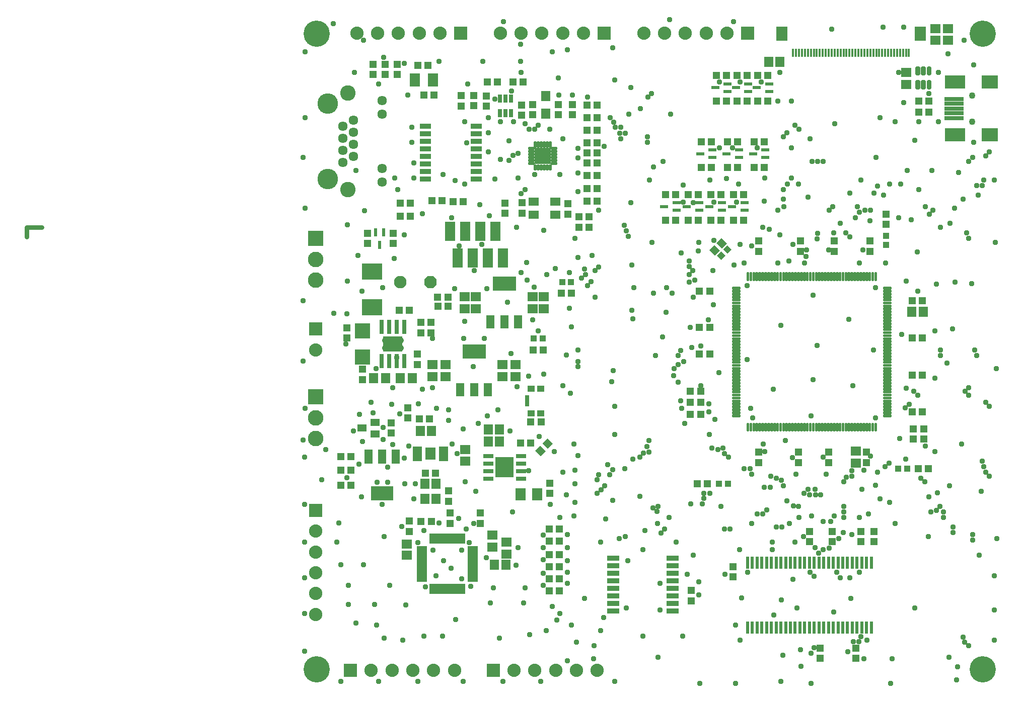
<source format=gbr>
G04 EAGLE Gerber RS-274X export*
G75*
%MOMM*%
%FSLAX34Y34*%
%LPD*%
%INSoldermask Top*%
%IPPOS*%
%AMOC8*
5,1,8,0,0,1.08239X$1,22.5*%
G01*
%ADD10C,0.762000*%
%ADD11R,1.283200X1.253200*%
%ADD12R,1.253200X1.283200*%
%ADD13R,1.803200X1.503200*%
%ADD14R,1.503200X1.803200*%
%ADD15R,1.703200X1.503200*%
%ADD16R,0.503200X1.803200*%
%ADD17R,1.803200X0.503200*%
%ADD18R,1.625600X0.482600*%
%ADD19R,1.778000X2.082800*%
%ADD20R,1.203200X1.303200*%
%ADD21R,1.422400X2.438400*%
%ADD22R,3.803200X2.403200*%
%ADD23R,1.603200X1.203200*%
%ADD24R,1.303200X1.203200*%
%ADD25R,1.503200X1.703200*%
%ADD26R,1.703200X0.803200*%
%ADD27R,3.153200X3.503200*%
%ADD28R,1.803200X2.003200*%
%ADD29R,0.400000X1.400000*%
%ADD30R,1.900000X2.350000*%
%ADD31R,0.603200X2.003200*%
%ADD32R,2.235200X2.235200*%
%ADD33C,2.235200*%
%ADD34R,1.203200X1.103200*%
%ADD35R,0.753200X1.903200*%
%ADD36R,1.003200X1.003200*%
%ADD37C,0.276759*%
%ADD38R,2.003200X0.903200*%
%ADD39R,1.703200X3.203200*%
%ADD40R,2.703200X2.203200*%
%ADD41R,3.503200X2.203200*%
%ADD42R,3.303200X0.703200*%
%ADD43C,1.103200*%
%ADD44C,0.506016*%
%ADD45R,2.616200X2.616200*%
%ADD46C,2.616200*%
%ADD47C,0.222334*%
%ADD48R,2.703200X2.703200*%
%ADD49R,0.803200X1.403200*%
%ADD50R,1.873200X0.963200*%
%ADD51R,1.803200X1.453200*%
%ADD52R,1.603200X1.803200*%
%ADD53C,2.603200*%
%ADD54C,3.453200*%
%ADD55C,1.611200*%
%ADD56R,1.703200X2.203200*%
%ADD57R,0.703200X2.403200*%
%ADD58R,3.303200X2.603200*%
%ADD59C,1.041200*%
%ADD60R,2.603200X2.603200*%
%ADD61C,2.108200*%
%ADD62P,2.281895X8X22.500000*%
%ADD63R,3.453200X2.703200*%
%ADD64R,1.346200X2.235200*%
%ADD65R,3.903200X2.403200*%
%ADD66R,1.371600X0.609600*%
%ADD67R,0.609600X1.371600*%
%ADD68R,1.003200X1.003200*%
%ADD69C,0.959600*%
%ADD70C,4.419200*%


D10*
X-422275Y784225D02*
X-447675Y784225D01*
X-447675Y768350D01*
D11*
X196208Y272327D03*
X196208Y289827D03*
D12*
X232898Y288697D03*
X215398Y288697D03*
D13*
X335908Y265677D03*
X335908Y245677D03*
X359024Y233848D03*
X359024Y253848D03*
D14*
X338608Y216307D03*
X358608Y216307D03*
D15*
X191383Y250808D03*
X191383Y231808D03*
D16*
X287208Y260077D03*
X282208Y260077D03*
X277208Y260077D03*
X272208Y260077D03*
X267208Y260077D03*
X262208Y260077D03*
X257208Y260077D03*
X252208Y260077D03*
X247208Y260077D03*
X242208Y260077D03*
X237208Y260077D03*
X232208Y260077D03*
D17*
X217208Y245077D03*
X217208Y240077D03*
X217208Y235077D03*
X217208Y230077D03*
X217208Y225077D03*
X217208Y220077D03*
X217208Y215077D03*
X217208Y210077D03*
X217208Y205077D03*
X217208Y200077D03*
X217208Y195077D03*
X217208Y190077D03*
D16*
X232208Y175077D03*
X237208Y175077D03*
X242208Y175077D03*
X247208Y175077D03*
X252208Y175077D03*
X257208Y175077D03*
X262208Y175077D03*
X267208Y175077D03*
X272208Y175077D03*
X277208Y175077D03*
X282208Y175077D03*
X287208Y175077D03*
D17*
X302208Y190077D03*
X302208Y195077D03*
X302208Y200077D03*
X302208Y205077D03*
X302208Y210077D03*
X302208Y215077D03*
X302208Y220077D03*
X302208Y225077D03*
X302208Y230077D03*
X302208Y235077D03*
X302208Y240077D03*
X302208Y245077D03*
D18*
X209616Y412831D03*
X209616Y408005D03*
X209616Y402925D03*
X209616Y397845D03*
X209616Y393019D03*
X253304Y393019D03*
X253304Y397845D03*
X253304Y402925D03*
X253304Y408005D03*
X253304Y412831D03*
D19*
X231460Y402925D03*
D20*
G36*
X419243Y420485D02*
X427751Y428993D01*
X436965Y419779D01*
X428457Y411271D01*
X419243Y420485D01*
G37*
G36*
X407223Y408464D02*
X415731Y416972D01*
X424945Y407758D01*
X416437Y399250D01*
X407223Y408464D01*
G37*
D15*
X289880Y409885D03*
X289880Y390885D03*
D21*
X173294Y398353D03*
X150180Y398353D03*
X127066Y398353D03*
D22*
X150180Y336375D03*
D23*
X116320Y446105D03*
X138320Y455605D03*
X138320Y436605D03*
D24*
X165420Y454605D03*
X165420Y437605D03*
D20*
X97720Y374985D03*
X80720Y374985D03*
D11*
X261940Y323055D03*
X261940Y340555D03*
D25*
X221960Y326725D03*
X240960Y326725D03*
D20*
X80720Y397845D03*
X97720Y397845D03*
D12*
X80470Y349585D03*
X97970Y349585D03*
X222710Y369905D03*
X240210Y369905D03*
D25*
X221960Y352125D03*
X240960Y352125D03*
D24*
X193360Y480005D03*
X193360Y463005D03*
D12*
X212550Y461345D03*
X230050Y461345D03*
D25*
X214340Y441025D03*
X233340Y441025D03*
D26*
X383420Y373715D03*
X328420Y373715D03*
X383420Y361015D03*
X383420Y386415D03*
X383420Y399115D03*
X328420Y361015D03*
X328420Y386415D03*
X328420Y399115D03*
D27*
X355920Y380065D03*
D25*
X328640Y443565D03*
X347640Y443565D03*
X328640Y423245D03*
X347640Y423245D03*
D12*
X400230Y420705D03*
X382730Y420705D03*
D28*
X382560Y334345D03*
X410560Y334345D03*
D24*
X432120Y353005D03*
X432120Y336005D03*
D29*
X1036150Y1077950D03*
X1031150Y1077950D03*
X1026150Y1077950D03*
X1021150Y1077950D03*
X1016150Y1077950D03*
X1011150Y1077950D03*
X1006150Y1077950D03*
X1001150Y1077950D03*
X996150Y1077950D03*
X991150Y1077950D03*
X986150Y1077950D03*
X981150Y1077950D03*
X976150Y1077950D03*
X971150Y1077950D03*
X966150Y1077950D03*
X961150Y1077950D03*
X956150Y1077950D03*
X951150Y1077950D03*
X946150Y1077950D03*
X941150Y1077950D03*
X936150Y1077950D03*
X931150Y1077950D03*
X926150Y1077950D03*
X921150Y1077950D03*
X916150Y1077950D03*
X911150Y1077950D03*
X906150Y1077950D03*
X901150Y1077950D03*
X896150Y1077950D03*
X891150Y1077950D03*
X886150Y1077950D03*
X881150Y1077950D03*
X876150Y1077950D03*
X871150Y1077950D03*
X866150Y1077950D03*
X861150Y1077950D03*
X856150Y1077950D03*
X851150Y1077950D03*
X846150Y1077950D03*
X841150Y1077950D03*
D30*
X822150Y1110450D03*
X1055150Y1110450D03*
D11*
X900900Y405625D03*
X900900Y388125D03*
D12*
X700900Y571188D03*
X683400Y571188D03*
D11*
X783425Y743725D03*
X783425Y761225D03*
X783425Y405625D03*
X783425Y388125D03*
X853275Y743725D03*
X853275Y761225D03*
D12*
X700900Y615955D03*
X683400Y615955D03*
D11*
X910425Y743725D03*
X910425Y761225D03*
D12*
X685813Y469565D03*
X668313Y469565D03*
X685813Y489285D03*
X668313Y489285D03*
X1041375Y660400D03*
X1058875Y660400D03*
X1041375Y473075D03*
X1058875Y473075D03*
D11*
X850100Y405625D03*
X850100Y388125D03*
D12*
X1041375Y597958D03*
X1058875Y597958D03*
D11*
X964400Y405625D03*
X964400Y388125D03*
X970750Y743725D03*
X970750Y761225D03*
D12*
X1041375Y535517D03*
X1058875Y535517D03*
D25*
X818970Y1062655D03*
X799970Y1062655D03*
D13*
X1031575Y1044895D03*
X1031575Y1024895D03*
X1080435Y1098865D03*
X1080435Y1118865D03*
D15*
X1101390Y1099365D03*
X1101390Y1118365D03*
D31*
X972800Y219600D03*
X964800Y219600D03*
X956800Y219600D03*
X948800Y219600D03*
X940800Y219600D03*
X932800Y219600D03*
X924800Y219600D03*
X916800Y219600D03*
X908800Y219600D03*
X900800Y219600D03*
X892800Y219600D03*
X884800Y219600D03*
X876800Y219600D03*
X868800Y219600D03*
X860800Y219600D03*
X852800Y219600D03*
X844800Y219600D03*
X836800Y219600D03*
X828800Y219600D03*
X820800Y219600D03*
X812800Y219600D03*
X804800Y219600D03*
X796800Y219600D03*
X788800Y219600D03*
X780800Y219600D03*
X772800Y219600D03*
X764800Y219600D03*
X764800Y110600D03*
X772800Y110600D03*
X780800Y110600D03*
X788800Y110600D03*
X796800Y110600D03*
X804800Y110600D03*
X812800Y110600D03*
X820800Y110600D03*
X828800Y110600D03*
X836800Y110600D03*
X844800Y110600D03*
X852800Y110600D03*
X860800Y110600D03*
X868800Y110600D03*
X876800Y110600D03*
X884800Y110600D03*
X892800Y110600D03*
X900800Y110600D03*
X908800Y110600D03*
X916800Y110600D03*
X924800Y110600D03*
X932800Y110600D03*
X940800Y110600D03*
X948800Y110600D03*
X956800Y110600D03*
X964800Y110600D03*
X972800Y110600D03*
D11*
X886610Y75725D03*
X886610Y58225D03*
X946935Y75725D03*
X946935Y58225D03*
X977100Y254775D03*
X977100Y272275D03*
X740560Y212885D03*
X740560Y195385D03*
X954875Y254775D03*
X954875Y272275D03*
X869150Y254775D03*
X869150Y272275D03*
X907250Y254775D03*
X907250Y272275D03*
D32*
X336865Y38400D03*
D33*
X371865Y38400D03*
X406865Y38400D03*
X441865Y38400D03*
X476865Y38400D03*
X511865Y38400D03*
D32*
X96835Y38400D03*
D33*
X131835Y38400D03*
X166835Y38400D03*
X201835Y38400D03*
X236835Y38400D03*
X271835Y38400D03*
D32*
X38415Y307640D03*
D33*
X38415Y272640D03*
X38415Y237640D03*
X38415Y202640D03*
X38415Y167640D03*
X38415Y132640D03*
D11*
X264480Y303090D03*
X264480Y285590D03*
X315280Y303090D03*
X315280Y285590D03*
X1061255Y427500D03*
X1061255Y445000D03*
D24*
X1043475Y427750D03*
X1043475Y444750D03*
D20*
X431240Y233380D03*
X448240Y233380D03*
X431240Y213060D03*
X448240Y213060D03*
X431240Y192740D03*
X448240Y192740D03*
X431240Y256240D03*
X448240Y256240D03*
X431240Y276560D03*
X448240Y276560D03*
X448240Y172420D03*
X431240Y172420D03*
D34*
X400625Y471325D03*
X416625Y471325D03*
X416625Y512325D03*
X400625Y512325D03*
D35*
X394375Y491825D03*
D12*
X417375Y456265D03*
X399875Y456265D03*
D36*
G36*
X720037Y743475D02*
X727130Y736382D01*
X720037Y729289D01*
X712944Y736382D01*
X720037Y743475D01*
G37*
G36*
X730643Y754081D02*
X737736Y746988D01*
X730643Y739895D01*
X723550Y746988D01*
X730643Y754081D01*
G37*
D20*
G36*
X712329Y758208D02*
X720837Y766716D01*
X730051Y757502D01*
X721543Y748994D01*
X712329Y758208D01*
G37*
G36*
X700309Y746188D02*
X708817Y754696D01*
X718031Y745482D01*
X709523Y736974D01*
X700309Y746188D01*
G37*
D37*
X765957Y454007D02*
X765957Y441743D01*
X763693Y441743D01*
X763693Y454007D01*
X765957Y454007D01*
X765957Y444373D02*
X763693Y444373D01*
X763693Y447003D02*
X765957Y447003D01*
X765957Y449633D02*
X763693Y449633D01*
X763693Y452263D02*
X765957Y452263D01*
X770957Y454007D02*
X770957Y441743D01*
X768693Y441743D01*
X768693Y454007D01*
X770957Y454007D01*
X770957Y444373D02*
X768693Y444373D01*
X768693Y447003D02*
X770957Y447003D01*
X770957Y449633D02*
X768693Y449633D01*
X768693Y452263D02*
X770957Y452263D01*
X775957Y454007D02*
X775957Y441743D01*
X773693Y441743D01*
X773693Y454007D01*
X775957Y454007D01*
X775957Y444373D02*
X773693Y444373D01*
X773693Y447003D02*
X775957Y447003D01*
X775957Y449633D02*
X773693Y449633D01*
X773693Y452263D02*
X775957Y452263D01*
X780957Y454007D02*
X780957Y441743D01*
X778693Y441743D01*
X778693Y454007D01*
X780957Y454007D01*
X780957Y444373D02*
X778693Y444373D01*
X778693Y447003D02*
X780957Y447003D01*
X780957Y449633D02*
X778693Y449633D01*
X778693Y452263D02*
X780957Y452263D01*
X785957Y454007D02*
X785957Y441743D01*
X783693Y441743D01*
X783693Y454007D01*
X785957Y454007D01*
X785957Y444373D02*
X783693Y444373D01*
X783693Y447003D02*
X785957Y447003D01*
X785957Y449633D02*
X783693Y449633D01*
X783693Y452263D02*
X785957Y452263D01*
X790957Y454007D02*
X790957Y441743D01*
X788693Y441743D01*
X788693Y454007D01*
X790957Y454007D01*
X790957Y444373D02*
X788693Y444373D01*
X788693Y447003D02*
X790957Y447003D01*
X790957Y449633D02*
X788693Y449633D01*
X788693Y452263D02*
X790957Y452263D01*
X795957Y454007D02*
X795957Y441743D01*
X793693Y441743D01*
X793693Y454007D01*
X795957Y454007D01*
X795957Y444373D02*
X793693Y444373D01*
X793693Y447003D02*
X795957Y447003D01*
X795957Y449633D02*
X793693Y449633D01*
X793693Y452263D02*
X795957Y452263D01*
X800957Y454007D02*
X800957Y441743D01*
X798693Y441743D01*
X798693Y454007D01*
X800957Y454007D01*
X800957Y444373D02*
X798693Y444373D01*
X798693Y447003D02*
X800957Y447003D01*
X800957Y449633D02*
X798693Y449633D01*
X798693Y452263D02*
X800957Y452263D01*
X805957Y454007D02*
X805957Y441743D01*
X803693Y441743D01*
X803693Y454007D01*
X805957Y454007D01*
X805957Y444373D02*
X803693Y444373D01*
X803693Y447003D02*
X805957Y447003D01*
X805957Y449633D02*
X803693Y449633D01*
X803693Y452263D02*
X805957Y452263D01*
X810957Y454007D02*
X810957Y441743D01*
X808693Y441743D01*
X808693Y454007D01*
X810957Y454007D01*
X810957Y444373D02*
X808693Y444373D01*
X808693Y447003D02*
X810957Y447003D01*
X810957Y449633D02*
X808693Y449633D01*
X808693Y452263D02*
X810957Y452263D01*
X815957Y454007D02*
X815957Y441743D01*
X813693Y441743D01*
X813693Y454007D01*
X815957Y454007D01*
X815957Y444373D02*
X813693Y444373D01*
X813693Y447003D02*
X815957Y447003D01*
X815957Y449633D02*
X813693Y449633D01*
X813693Y452263D02*
X815957Y452263D01*
X820957Y454007D02*
X820957Y441743D01*
X818693Y441743D01*
X818693Y454007D01*
X820957Y454007D01*
X820957Y444373D02*
X818693Y444373D01*
X818693Y447003D02*
X820957Y447003D01*
X820957Y449633D02*
X818693Y449633D01*
X818693Y452263D02*
X820957Y452263D01*
X825957Y454007D02*
X825957Y441743D01*
X823693Y441743D01*
X823693Y454007D01*
X825957Y454007D01*
X825957Y444373D02*
X823693Y444373D01*
X823693Y447003D02*
X825957Y447003D01*
X825957Y449633D02*
X823693Y449633D01*
X823693Y452263D02*
X825957Y452263D01*
X830957Y454007D02*
X830957Y441743D01*
X828693Y441743D01*
X828693Y454007D01*
X830957Y454007D01*
X830957Y444373D02*
X828693Y444373D01*
X828693Y447003D02*
X830957Y447003D01*
X830957Y449633D02*
X828693Y449633D01*
X828693Y452263D02*
X830957Y452263D01*
X835957Y454007D02*
X835957Y441743D01*
X833693Y441743D01*
X833693Y454007D01*
X835957Y454007D01*
X835957Y444373D02*
X833693Y444373D01*
X833693Y447003D02*
X835957Y447003D01*
X835957Y449633D02*
X833693Y449633D01*
X833693Y452263D02*
X835957Y452263D01*
X840957Y454007D02*
X840957Y441743D01*
X838693Y441743D01*
X838693Y454007D01*
X840957Y454007D01*
X840957Y444373D02*
X838693Y444373D01*
X838693Y447003D02*
X840957Y447003D01*
X840957Y449633D02*
X838693Y449633D01*
X838693Y452263D02*
X840957Y452263D01*
X845957Y454007D02*
X845957Y441743D01*
X843693Y441743D01*
X843693Y454007D01*
X845957Y454007D01*
X845957Y444373D02*
X843693Y444373D01*
X843693Y447003D02*
X845957Y447003D01*
X845957Y449633D02*
X843693Y449633D01*
X843693Y452263D02*
X845957Y452263D01*
X850957Y454007D02*
X850957Y441743D01*
X848693Y441743D01*
X848693Y454007D01*
X850957Y454007D01*
X850957Y444373D02*
X848693Y444373D01*
X848693Y447003D02*
X850957Y447003D01*
X850957Y449633D02*
X848693Y449633D01*
X848693Y452263D02*
X850957Y452263D01*
X855957Y454007D02*
X855957Y441743D01*
X853693Y441743D01*
X853693Y454007D01*
X855957Y454007D01*
X855957Y444373D02*
X853693Y444373D01*
X853693Y447003D02*
X855957Y447003D01*
X855957Y449633D02*
X853693Y449633D01*
X853693Y452263D02*
X855957Y452263D01*
X860957Y454007D02*
X860957Y441743D01*
X858693Y441743D01*
X858693Y454007D01*
X860957Y454007D01*
X860957Y444373D02*
X858693Y444373D01*
X858693Y447003D02*
X860957Y447003D01*
X860957Y449633D02*
X858693Y449633D01*
X858693Y452263D02*
X860957Y452263D01*
X865957Y454007D02*
X865957Y441743D01*
X863693Y441743D01*
X863693Y454007D01*
X865957Y454007D01*
X865957Y444373D02*
X863693Y444373D01*
X863693Y447003D02*
X865957Y447003D01*
X865957Y449633D02*
X863693Y449633D01*
X863693Y452263D02*
X865957Y452263D01*
X870957Y454007D02*
X870957Y441743D01*
X868693Y441743D01*
X868693Y454007D01*
X870957Y454007D01*
X870957Y444373D02*
X868693Y444373D01*
X868693Y447003D02*
X870957Y447003D01*
X870957Y449633D02*
X868693Y449633D01*
X868693Y452263D02*
X870957Y452263D01*
X875957Y454007D02*
X875957Y441743D01*
X873693Y441743D01*
X873693Y454007D01*
X875957Y454007D01*
X875957Y444373D02*
X873693Y444373D01*
X873693Y447003D02*
X875957Y447003D01*
X875957Y449633D02*
X873693Y449633D01*
X873693Y452263D02*
X875957Y452263D01*
X880957Y454007D02*
X880957Y441743D01*
X878693Y441743D01*
X878693Y454007D01*
X880957Y454007D01*
X880957Y444373D02*
X878693Y444373D01*
X878693Y447003D02*
X880957Y447003D01*
X880957Y449633D02*
X878693Y449633D01*
X878693Y452263D02*
X880957Y452263D01*
X885957Y454007D02*
X885957Y441743D01*
X883693Y441743D01*
X883693Y454007D01*
X885957Y454007D01*
X885957Y444373D02*
X883693Y444373D01*
X883693Y447003D02*
X885957Y447003D01*
X885957Y449633D02*
X883693Y449633D01*
X883693Y452263D02*
X885957Y452263D01*
X890957Y454007D02*
X890957Y441743D01*
X888693Y441743D01*
X888693Y454007D01*
X890957Y454007D01*
X890957Y444373D02*
X888693Y444373D01*
X888693Y447003D02*
X890957Y447003D01*
X890957Y449633D02*
X888693Y449633D01*
X888693Y452263D02*
X890957Y452263D01*
X895957Y454007D02*
X895957Y441743D01*
X893693Y441743D01*
X893693Y454007D01*
X895957Y454007D01*
X895957Y444373D02*
X893693Y444373D01*
X893693Y447003D02*
X895957Y447003D01*
X895957Y449633D02*
X893693Y449633D01*
X893693Y452263D02*
X895957Y452263D01*
X900957Y454007D02*
X900957Y441743D01*
X898693Y441743D01*
X898693Y454007D01*
X900957Y454007D01*
X900957Y444373D02*
X898693Y444373D01*
X898693Y447003D02*
X900957Y447003D01*
X900957Y449633D02*
X898693Y449633D01*
X898693Y452263D02*
X900957Y452263D01*
X905957Y454007D02*
X905957Y441743D01*
X903693Y441743D01*
X903693Y454007D01*
X905957Y454007D01*
X905957Y444373D02*
X903693Y444373D01*
X903693Y447003D02*
X905957Y447003D01*
X905957Y449633D02*
X903693Y449633D01*
X903693Y452263D02*
X905957Y452263D01*
X910957Y454007D02*
X910957Y441743D01*
X908693Y441743D01*
X908693Y454007D01*
X910957Y454007D01*
X910957Y444373D02*
X908693Y444373D01*
X908693Y447003D02*
X910957Y447003D01*
X910957Y449633D02*
X908693Y449633D01*
X908693Y452263D02*
X910957Y452263D01*
X915957Y454007D02*
X915957Y441743D01*
X913693Y441743D01*
X913693Y454007D01*
X915957Y454007D01*
X915957Y444373D02*
X913693Y444373D01*
X913693Y447003D02*
X915957Y447003D01*
X915957Y449633D02*
X913693Y449633D01*
X913693Y452263D02*
X915957Y452263D01*
X920957Y454007D02*
X920957Y441743D01*
X918693Y441743D01*
X918693Y454007D01*
X920957Y454007D01*
X920957Y444373D02*
X918693Y444373D01*
X918693Y447003D02*
X920957Y447003D01*
X920957Y449633D02*
X918693Y449633D01*
X918693Y452263D02*
X920957Y452263D01*
X925957Y454007D02*
X925957Y441743D01*
X923693Y441743D01*
X923693Y454007D01*
X925957Y454007D01*
X925957Y444373D02*
X923693Y444373D01*
X923693Y447003D02*
X925957Y447003D01*
X925957Y449633D02*
X923693Y449633D01*
X923693Y452263D02*
X925957Y452263D01*
X930957Y454007D02*
X930957Y441743D01*
X928693Y441743D01*
X928693Y454007D01*
X930957Y454007D01*
X930957Y444373D02*
X928693Y444373D01*
X928693Y447003D02*
X930957Y447003D01*
X930957Y449633D02*
X928693Y449633D01*
X928693Y452263D02*
X930957Y452263D01*
X935957Y454007D02*
X935957Y441743D01*
X933693Y441743D01*
X933693Y454007D01*
X935957Y454007D01*
X935957Y444373D02*
X933693Y444373D01*
X933693Y447003D02*
X935957Y447003D01*
X935957Y449633D02*
X933693Y449633D01*
X933693Y452263D02*
X935957Y452263D01*
X940957Y454007D02*
X940957Y441743D01*
X938693Y441743D01*
X938693Y454007D01*
X940957Y454007D01*
X940957Y444373D02*
X938693Y444373D01*
X938693Y447003D02*
X940957Y447003D01*
X940957Y449633D02*
X938693Y449633D01*
X938693Y452263D02*
X940957Y452263D01*
X945957Y454007D02*
X945957Y441743D01*
X943693Y441743D01*
X943693Y454007D01*
X945957Y454007D01*
X945957Y444373D02*
X943693Y444373D01*
X943693Y447003D02*
X945957Y447003D01*
X945957Y449633D02*
X943693Y449633D01*
X943693Y452263D02*
X945957Y452263D01*
X950957Y454007D02*
X950957Y441743D01*
X948693Y441743D01*
X948693Y454007D01*
X950957Y454007D01*
X950957Y444373D02*
X948693Y444373D01*
X948693Y447003D02*
X950957Y447003D01*
X950957Y449633D02*
X948693Y449633D01*
X948693Y452263D02*
X950957Y452263D01*
X955957Y454007D02*
X955957Y441743D01*
X953693Y441743D01*
X953693Y454007D01*
X955957Y454007D01*
X955957Y444373D02*
X953693Y444373D01*
X953693Y447003D02*
X955957Y447003D01*
X955957Y449633D02*
X953693Y449633D01*
X953693Y452263D02*
X955957Y452263D01*
X960957Y454007D02*
X960957Y441743D01*
X958693Y441743D01*
X958693Y454007D01*
X960957Y454007D01*
X960957Y444373D02*
X958693Y444373D01*
X958693Y447003D02*
X960957Y447003D01*
X960957Y449633D02*
X958693Y449633D01*
X958693Y452263D02*
X960957Y452263D01*
X965957Y454007D02*
X965957Y441743D01*
X963693Y441743D01*
X963693Y454007D01*
X965957Y454007D01*
X965957Y444373D02*
X963693Y444373D01*
X963693Y447003D02*
X965957Y447003D01*
X965957Y449633D02*
X963693Y449633D01*
X963693Y452263D02*
X965957Y452263D01*
X970957Y454007D02*
X970957Y441743D01*
X968693Y441743D01*
X968693Y454007D01*
X970957Y454007D01*
X970957Y444373D02*
X968693Y444373D01*
X968693Y447003D02*
X970957Y447003D01*
X970957Y449633D02*
X968693Y449633D01*
X968693Y452263D02*
X970957Y452263D01*
X975957Y454007D02*
X975957Y441743D01*
X973693Y441743D01*
X973693Y454007D01*
X975957Y454007D01*
X975957Y444373D02*
X973693Y444373D01*
X973693Y447003D02*
X975957Y447003D01*
X975957Y449633D02*
X973693Y449633D01*
X973693Y452263D02*
X975957Y452263D01*
X980957Y454007D02*
X980957Y441743D01*
X978693Y441743D01*
X978693Y454007D01*
X980957Y454007D01*
X980957Y444373D02*
X978693Y444373D01*
X978693Y447003D02*
X980957Y447003D01*
X980957Y449633D02*
X978693Y449633D01*
X978693Y452263D02*
X980957Y452263D01*
X980957Y695343D02*
X980957Y707607D01*
X980957Y695343D02*
X978693Y695343D01*
X978693Y707607D01*
X980957Y707607D01*
X980957Y697973D02*
X978693Y697973D01*
X978693Y700603D02*
X980957Y700603D01*
X980957Y703233D02*
X978693Y703233D01*
X978693Y705863D02*
X980957Y705863D01*
X975957Y707607D02*
X975957Y695343D01*
X973693Y695343D01*
X973693Y707607D01*
X975957Y707607D01*
X975957Y697973D02*
X973693Y697973D01*
X973693Y700603D02*
X975957Y700603D01*
X975957Y703233D02*
X973693Y703233D01*
X973693Y705863D02*
X975957Y705863D01*
X970957Y707607D02*
X970957Y695343D01*
X968693Y695343D01*
X968693Y707607D01*
X970957Y707607D01*
X970957Y697973D02*
X968693Y697973D01*
X968693Y700603D02*
X970957Y700603D01*
X970957Y703233D02*
X968693Y703233D01*
X968693Y705863D02*
X970957Y705863D01*
X965957Y707607D02*
X965957Y695343D01*
X963693Y695343D01*
X963693Y707607D01*
X965957Y707607D01*
X965957Y697973D02*
X963693Y697973D01*
X963693Y700603D02*
X965957Y700603D01*
X965957Y703233D02*
X963693Y703233D01*
X963693Y705863D02*
X965957Y705863D01*
X960957Y707607D02*
X960957Y695343D01*
X958693Y695343D01*
X958693Y707607D01*
X960957Y707607D01*
X960957Y697973D02*
X958693Y697973D01*
X958693Y700603D02*
X960957Y700603D01*
X960957Y703233D02*
X958693Y703233D01*
X958693Y705863D02*
X960957Y705863D01*
X955957Y707607D02*
X955957Y695343D01*
X953693Y695343D01*
X953693Y707607D01*
X955957Y707607D01*
X955957Y697973D02*
X953693Y697973D01*
X953693Y700603D02*
X955957Y700603D01*
X955957Y703233D02*
X953693Y703233D01*
X953693Y705863D02*
X955957Y705863D01*
X950957Y707607D02*
X950957Y695343D01*
X948693Y695343D01*
X948693Y707607D01*
X950957Y707607D01*
X950957Y697973D02*
X948693Y697973D01*
X948693Y700603D02*
X950957Y700603D01*
X950957Y703233D02*
X948693Y703233D01*
X948693Y705863D02*
X950957Y705863D01*
X945957Y707607D02*
X945957Y695343D01*
X943693Y695343D01*
X943693Y707607D01*
X945957Y707607D01*
X945957Y697973D02*
X943693Y697973D01*
X943693Y700603D02*
X945957Y700603D01*
X945957Y703233D02*
X943693Y703233D01*
X943693Y705863D02*
X945957Y705863D01*
X940957Y707607D02*
X940957Y695343D01*
X938693Y695343D01*
X938693Y707607D01*
X940957Y707607D01*
X940957Y697973D02*
X938693Y697973D01*
X938693Y700603D02*
X940957Y700603D01*
X940957Y703233D02*
X938693Y703233D01*
X938693Y705863D02*
X940957Y705863D01*
X935957Y707607D02*
X935957Y695343D01*
X933693Y695343D01*
X933693Y707607D01*
X935957Y707607D01*
X935957Y697973D02*
X933693Y697973D01*
X933693Y700603D02*
X935957Y700603D01*
X935957Y703233D02*
X933693Y703233D01*
X933693Y705863D02*
X935957Y705863D01*
X930957Y707607D02*
X930957Y695343D01*
X928693Y695343D01*
X928693Y707607D01*
X930957Y707607D01*
X930957Y697973D02*
X928693Y697973D01*
X928693Y700603D02*
X930957Y700603D01*
X930957Y703233D02*
X928693Y703233D01*
X928693Y705863D02*
X930957Y705863D01*
X925957Y707607D02*
X925957Y695343D01*
X923693Y695343D01*
X923693Y707607D01*
X925957Y707607D01*
X925957Y697973D02*
X923693Y697973D01*
X923693Y700603D02*
X925957Y700603D01*
X925957Y703233D02*
X923693Y703233D01*
X923693Y705863D02*
X925957Y705863D01*
X920957Y707607D02*
X920957Y695343D01*
X918693Y695343D01*
X918693Y707607D01*
X920957Y707607D01*
X920957Y697973D02*
X918693Y697973D01*
X918693Y700603D02*
X920957Y700603D01*
X920957Y703233D02*
X918693Y703233D01*
X918693Y705863D02*
X920957Y705863D01*
X915957Y707607D02*
X915957Y695343D01*
X913693Y695343D01*
X913693Y707607D01*
X915957Y707607D01*
X915957Y697973D02*
X913693Y697973D01*
X913693Y700603D02*
X915957Y700603D01*
X915957Y703233D02*
X913693Y703233D01*
X913693Y705863D02*
X915957Y705863D01*
X910957Y707607D02*
X910957Y695343D01*
X908693Y695343D01*
X908693Y707607D01*
X910957Y707607D01*
X910957Y697973D02*
X908693Y697973D01*
X908693Y700603D02*
X910957Y700603D01*
X910957Y703233D02*
X908693Y703233D01*
X908693Y705863D02*
X910957Y705863D01*
X905957Y707607D02*
X905957Y695343D01*
X903693Y695343D01*
X903693Y707607D01*
X905957Y707607D01*
X905957Y697973D02*
X903693Y697973D01*
X903693Y700603D02*
X905957Y700603D01*
X905957Y703233D02*
X903693Y703233D01*
X903693Y705863D02*
X905957Y705863D01*
X900957Y707607D02*
X900957Y695343D01*
X898693Y695343D01*
X898693Y707607D01*
X900957Y707607D01*
X900957Y697973D02*
X898693Y697973D01*
X898693Y700603D02*
X900957Y700603D01*
X900957Y703233D02*
X898693Y703233D01*
X898693Y705863D02*
X900957Y705863D01*
X895957Y707607D02*
X895957Y695343D01*
X893693Y695343D01*
X893693Y707607D01*
X895957Y707607D01*
X895957Y697973D02*
X893693Y697973D01*
X893693Y700603D02*
X895957Y700603D01*
X895957Y703233D02*
X893693Y703233D01*
X893693Y705863D02*
X895957Y705863D01*
X890957Y707607D02*
X890957Y695343D01*
X888693Y695343D01*
X888693Y707607D01*
X890957Y707607D01*
X890957Y697973D02*
X888693Y697973D01*
X888693Y700603D02*
X890957Y700603D01*
X890957Y703233D02*
X888693Y703233D01*
X888693Y705863D02*
X890957Y705863D01*
X885957Y707607D02*
X885957Y695343D01*
X883693Y695343D01*
X883693Y707607D01*
X885957Y707607D01*
X885957Y697973D02*
X883693Y697973D01*
X883693Y700603D02*
X885957Y700603D01*
X885957Y703233D02*
X883693Y703233D01*
X883693Y705863D02*
X885957Y705863D01*
X880957Y707607D02*
X880957Y695343D01*
X878693Y695343D01*
X878693Y707607D01*
X880957Y707607D01*
X880957Y697973D02*
X878693Y697973D01*
X878693Y700603D02*
X880957Y700603D01*
X880957Y703233D02*
X878693Y703233D01*
X878693Y705863D02*
X880957Y705863D01*
X875957Y707607D02*
X875957Y695343D01*
X873693Y695343D01*
X873693Y707607D01*
X875957Y707607D01*
X875957Y697973D02*
X873693Y697973D01*
X873693Y700603D02*
X875957Y700603D01*
X875957Y703233D02*
X873693Y703233D01*
X873693Y705863D02*
X875957Y705863D01*
X870957Y707607D02*
X870957Y695343D01*
X868693Y695343D01*
X868693Y707607D01*
X870957Y707607D01*
X870957Y697973D02*
X868693Y697973D01*
X868693Y700603D02*
X870957Y700603D01*
X870957Y703233D02*
X868693Y703233D01*
X868693Y705863D02*
X870957Y705863D01*
X865957Y707607D02*
X865957Y695343D01*
X863693Y695343D01*
X863693Y707607D01*
X865957Y707607D01*
X865957Y697973D02*
X863693Y697973D01*
X863693Y700603D02*
X865957Y700603D01*
X865957Y703233D02*
X863693Y703233D01*
X863693Y705863D02*
X865957Y705863D01*
X860957Y707607D02*
X860957Y695343D01*
X858693Y695343D01*
X858693Y707607D01*
X860957Y707607D01*
X860957Y697973D02*
X858693Y697973D01*
X858693Y700603D02*
X860957Y700603D01*
X860957Y703233D02*
X858693Y703233D01*
X858693Y705863D02*
X860957Y705863D01*
X855957Y707607D02*
X855957Y695343D01*
X853693Y695343D01*
X853693Y707607D01*
X855957Y707607D01*
X855957Y697973D02*
X853693Y697973D01*
X853693Y700603D02*
X855957Y700603D01*
X855957Y703233D02*
X853693Y703233D01*
X853693Y705863D02*
X855957Y705863D01*
X850957Y707607D02*
X850957Y695343D01*
X848693Y695343D01*
X848693Y707607D01*
X850957Y707607D01*
X850957Y697973D02*
X848693Y697973D01*
X848693Y700603D02*
X850957Y700603D01*
X850957Y703233D02*
X848693Y703233D01*
X848693Y705863D02*
X850957Y705863D01*
X845957Y707607D02*
X845957Y695343D01*
X843693Y695343D01*
X843693Y707607D01*
X845957Y707607D01*
X845957Y697973D02*
X843693Y697973D01*
X843693Y700603D02*
X845957Y700603D01*
X845957Y703233D02*
X843693Y703233D01*
X843693Y705863D02*
X845957Y705863D01*
X840957Y707607D02*
X840957Y695343D01*
X838693Y695343D01*
X838693Y707607D01*
X840957Y707607D01*
X840957Y697973D02*
X838693Y697973D01*
X838693Y700603D02*
X840957Y700603D01*
X840957Y703233D02*
X838693Y703233D01*
X838693Y705863D02*
X840957Y705863D01*
X835957Y707607D02*
X835957Y695343D01*
X833693Y695343D01*
X833693Y707607D01*
X835957Y707607D01*
X835957Y697973D02*
X833693Y697973D01*
X833693Y700603D02*
X835957Y700603D01*
X835957Y703233D02*
X833693Y703233D01*
X833693Y705863D02*
X835957Y705863D01*
X830957Y707607D02*
X830957Y695343D01*
X828693Y695343D01*
X828693Y707607D01*
X830957Y707607D01*
X830957Y697973D02*
X828693Y697973D01*
X828693Y700603D02*
X830957Y700603D01*
X830957Y703233D02*
X828693Y703233D01*
X828693Y705863D02*
X830957Y705863D01*
X825957Y707607D02*
X825957Y695343D01*
X823693Y695343D01*
X823693Y707607D01*
X825957Y707607D01*
X825957Y697973D02*
X823693Y697973D01*
X823693Y700603D02*
X825957Y700603D01*
X825957Y703233D02*
X823693Y703233D01*
X823693Y705863D02*
X825957Y705863D01*
X820957Y707607D02*
X820957Y695343D01*
X818693Y695343D01*
X818693Y707607D01*
X820957Y707607D01*
X820957Y697973D02*
X818693Y697973D01*
X818693Y700603D02*
X820957Y700603D01*
X820957Y703233D02*
X818693Y703233D01*
X818693Y705863D02*
X820957Y705863D01*
X815957Y707607D02*
X815957Y695343D01*
X813693Y695343D01*
X813693Y707607D01*
X815957Y707607D01*
X815957Y697973D02*
X813693Y697973D01*
X813693Y700603D02*
X815957Y700603D01*
X815957Y703233D02*
X813693Y703233D01*
X813693Y705863D02*
X815957Y705863D01*
X810957Y707607D02*
X810957Y695343D01*
X808693Y695343D01*
X808693Y707607D01*
X810957Y707607D01*
X810957Y697973D02*
X808693Y697973D01*
X808693Y700603D02*
X810957Y700603D01*
X810957Y703233D02*
X808693Y703233D01*
X808693Y705863D02*
X810957Y705863D01*
X805957Y707607D02*
X805957Y695343D01*
X803693Y695343D01*
X803693Y707607D01*
X805957Y707607D01*
X805957Y697973D02*
X803693Y697973D01*
X803693Y700603D02*
X805957Y700603D01*
X805957Y703233D02*
X803693Y703233D01*
X803693Y705863D02*
X805957Y705863D01*
X800957Y707607D02*
X800957Y695343D01*
X798693Y695343D01*
X798693Y707607D01*
X800957Y707607D01*
X800957Y697973D02*
X798693Y697973D01*
X798693Y700603D02*
X800957Y700603D01*
X800957Y703233D02*
X798693Y703233D01*
X798693Y705863D02*
X800957Y705863D01*
X795957Y707607D02*
X795957Y695343D01*
X793693Y695343D01*
X793693Y707607D01*
X795957Y707607D01*
X795957Y697973D02*
X793693Y697973D01*
X793693Y700603D02*
X795957Y700603D01*
X795957Y703233D02*
X793693Y703233D01*
X793693Y705863D02*
X795957Y705863D01*
X790957Y707607D02*
X790957Y695343D01*
X788693Y695343D01*
X788693Y707607D01*
X790957Y707607D01*
X790957Y697973D02*
X788693Y697973D01*
X788693Y700603D02*
X790957Y700603D01*
X790957Y703233D02*
X788693Y703233D01*
X788693Y705863D02*
X790957Y705863D01*
X785957Y707607D02*
X785957Y695343D01*
X783693Y695343D01*
X783693Y707607D01*
X785957Y707607D01*
X785957Y697973D02*
X783693Y697973D01*
X783693Y700603D02*
X785957Y700603D01*
X785957Y703233D02*
X783693Y703233D01*
X783693Y705863D02*
X785957Y705863D01*
X780957Y707607D02*
X780957Y695343D01*
X778693Y695343D01*
X778693Y707607D01*
X780957Y707607D01*
X780957Y697973D02*
X778693Y697973D01*
X778693Y700603D02*
X780957Y700603D01*
X780957Y703233D02*
X778693Y703233D01*
X778693Y705863D02*
X780957Y705863D01*
X775957Y707607D02*
X775957Y695343D01*
X773693Y695343D01*
X773693Y707607D01*
X775957Y707607D01*
X775957Y697973D02*
X773693Y697973D01*
X773693Y700603D02*
X775957Y700603D01*
X775957Y703233D02*
X773693Y703233D01*
X773693Y705863D02*
X775957Y705863D01*
X770957Y707607D02*
X770957Y695343D01*
X768693Y695343D01*
X768693Y707607D01*
X770957Y707607D01*
X770957Y697973D02*
X768693Y697973D01*
X768693Y700603D02*
X770957Y700603D01*
X770957Y703233D02*
X768693Y703233D01*
X768693Y705863D02*
X770957Y705863D01*
X765957Y707607D02*
X765957Y695343D01*
X763693Y695343D01*
X763693Y707607D01*
X765957Y707607D01*
X765957Y697973D02*
X763693Y697973D01*
X763693Y700603D02*
X765957Y700603D01*
X765957Y703233D02*
X763693Y703233D01*
X763693Y705863D02*
X765957Y705863D01*
X751657Y681043D02*
X739393Y681043D01*
X739393Y683307D01*
X751657Y683307D01*
X751657Y681043D01*
X751657Y676043D02*
X739393Y676043D01*
X739393Y678307D01*
X751657Y678307D01*
X751657Y676043D01*
X751657Y671043D02*
X739393Y671043D01*
X739393Y673307D01*
X751657Y673307D01*
X751657Y671043D01*
X751657Y666043D02*
X739393Y666043D01*
X739393Y668307D01*
X751657Y668307D01*
X751657Y666043D01*
X751657Y661043D02*
X739393Y661043D01*
X739393Y663307D01*
X751657Y663307D01*
X751657Y661043D01*
X751657Y656043D02*
X739393Y656043D01*
X739393Y658307D01*
X751657Y658307D01*
X751657Y656043D01*
X751657Y651043D02*
X739393Y651043D01*
X739393Y653307D01*
X751657Y653307D01*
X751657Y651043D01*
X751657Y646043D02*
X739393Y646043D01*
X739393Y648307D01*
X751657Y648307D01*
X751657Y646043D01*
X751657Y641043D02*
X739393Y641043D01*
X739393Y643307D01*
X751657Y643307D01*
X751657Y641043D01*
X751657Y636043D02*
X739393Y636043D01*
X739393Y638307D01*
X751657Y638307D01*
X751657Y636043D01*
X751657Y631043D02*
X739393Y631043D01*
X739393Y633307D01*
X751657Y633307D01*
X751657Y631043D01*
X751657Y626043D02*
X739393Y626043D01*
X739393Y628307D01*
X751657Y628307D01*
X751657Y626043D01*
X751657Y621043D02*
X739393Y621043D01*
X739393Y623307D01*
X751657Y623307D01*
X751657Y621043D01*
X751657Y616043D02*
X739393Y616043D01*
X739393Y618307D01*
X751657Y618307D01*
X751657Y616043D01*
X751657Y611043D02*
X739393Y611043D01*
X739393Y613307D01*
X751657Y613307D01*
X751657Y611043D01*
X751657Y606043D02*
X739393Y606043D01*
X739393Y608307D01*
X751657Y608307D01*
X751657Y606043D01*
X751657Y601043D02*
X739393Y601043D01*
X739393Y603307D01*
X751657Y603307D01*
X751657Y601043D01*
X751657Y596043D02*
X739393Y596043D01*
X739393Y598307D01*
X751657Y598307D01*
X751657Y596043D01*
X751657Y591043D02*
X739393Y591043D01*
X739393Y593307D01*
X751657Y593307D01*
X751657Y591043D01*
X751657Y586043D02*
X739393Y586043D01*
X739393Y588307D01*
X751657Y588307D01*
X751657Y586043D01*
X751657Y581043D02*
X739393Y581043D01*
X739393Y583307D01*
X751657Y583307D01*
X751657Y581043D01*
X751657Y576043D02*
X739393Y576043D01*
X739393Y578307D01*
X751657Y578307D01*
X751657Y576043D01*
X751657Y571043D02*
X739393Y571043D01*
X739393Y573307D01*
X751657Y573307D01*
X751657Y571043D01*
X751657Y566043D02*
X739393Y566043D01*
X739393Y568307D01*
X751657Y568307D01*
X751657Y566043D01*
X751657Y561043D02*
X739393Y561043D01*
X739393Y563307D01*
X751657Y563307D01*
X751657Y561043D01*
X751657Y556043D02*
X739393Y556043D01*
X739393Y558307D01*
X751657Y558307D01*
X751657Y556043D01*
X751657Y551043D02*
X739393Y551043D01*
X739393Y553307D01*
X751657Y553307D01*
X751657Y551043D01*
X751657Y546043D02*
X739393Y546043D01*
X739393Y548307D01*
X751657Y548307D01*
X751657Y546043D01*
X751657Y541043D02*
X739393Y541043D01*
X739393Y543307D01*
X751657Y543307D01*
X751657Y541043D01*
X751657Y536043D02*
X739393Y536043D01*
X739393Y538307D01*
X751657Y538307D01*
X751657Y536043D01*
X751657Y531043D02*
X739393Y531043D01*
X739393Y533307D01*
X751657Y533307D01*
X751657Y531043D01*
X751657Y526043D02*
X739393Y526043D01*
X739393Y528307D01*
X751657Y528307D01*
X751657Y526043D01*
X751657Y521043D02*
X739393Y521043D01*
X739393Y523307D01*
X751657Y523307D01*
X751657Y521043D01*
X751657Y516043D02*
X739393Y516043D01*
X739393Y518307D01*
X751657Y518307D01*
X751657Y516043D01*
X751657Y511043D02*
X739393Y511043D01*
X739393Y513307D01*
X751657Y513307D01*
X751657Y511043D01*
X751657Y506043D02*
X739393Y506043D01*
X739393Y508307D01*
X751657Y508307D01*
X751657Y506043D01*
X751657Y501043D02*
X739393Y501043D01*
X739393Y503307D01*
X751657Y503307D01*
X751657Y501043D01*
X751657Y496043D02*
X739393Y496043D01*
X739393Y498307D01*
X751657Y498307D01*
X751657Y496043D01*
X751657Y491043D02*
X739393Y491043D01*
X739393Y493307D01*
X751657Y493307D01*
X751657Y491043D01*
X751657Y486043D02*
X739393Y486043D01*
X739393Y488307D01*
X751657Y488307D01*
X751657Y486043D01*
X751657Y481043D02*
X739393Y481043D01*
X739393Y483307D01*
X751657Y483307D01*
X751657Y481043D01*
X751657Y476043D02*
X739393Y476043D01*
X739393Y478307D01*
X751657Y478307D01*
X751657Y476043D01*
X751657Y471043D02*
X739393Y471043D01*
X739393Y473307D01*
X751657Y473307D01*
X751657Y471043D01*
X751657Y466043D02*
X739393Y466043D01*
X739393Y468307D01*
X751657Y468307D01*
X751657Y466043D01*
X992993Y466043D02*
X1005257Y466043D01*
X992993Y466043D02*
X992993Y468307D01*
X1005257Y468307D01*
X1005257Y466043D01*
X1005257Y471043D02*
X992993Y471043D01*
X992993Y473307D01*
X1005257Y473307D01*
X1005257Y471043D01*
X1005257Y476043D02*
X992993Y476043D01*
X992993Y478307D01*
X1005257Y478307D01*
X1005257Y476043D01*
X1005257Y481043D02*
X992993Y481043D01*
X992993Y483307D01*
X1005257Y483307D01*
X1005257Y481043D01*
X1005257Y486043D02*
X992993Y486043D01*
X992993Y488307D01*
X1005257Y488307D01*
X1005257Y486043D01*
X1005257Y491043D02*
X992993Y491043D01*
X992993Y493307D01*
X1005257Y493307D01*
X1005257Y491043D01*
X1005257Y496043D02*
X992993Y496043D01*
X992993Y498307D01*
X1005257Y498307D01*
X1005257Y496043D01*
X1005257Y501043D02*
X992993Y501043D01*
X992993Y503307D01*
X1005257Y503307D01*
X1005257Y501043D01*
X1005257Y506043D02*
X992993Y506043D01*
X992993Y508307D01*
X1005257Y508307D01*
X1005257Y506043D01*
X1005257Y511043D02*
X992993Y511043D01*
X992993Y513307D01*
X1005257Y513307D01*
X1005257Y511043D01*
X1005257Y516043D02*
X992993Y516043D01*
X992993Y518307D01*
X1005257Y518307D01*
X1005257Y516043D01*
X1005257Y521043D02*
X992993Y521043D01*
X992993Y523307D01*
X1005257Y523307D01*
X1005257Y521043D01*
X1005257Y526043D02*
X992993Y526043D01*
X992993Y528307D01*
X1005257Y528307D01*
X1005257Y526043D01*
X1005257Y531043D02*
X992993Y531043D01*
X992993Y533307D01*
X1005257Y533307D01*
X1005257Y531043D01*
X1005257Y536043D02*
X992993Y536043D01*
X992993Y538307D01*
X1005257Y538307D01*
X1005257Y536043D01*
X1005257Y541043D02*
X992993Y541043D01*
X992993Y543307D01*
X1005257Y543307D01*
X1005257Y541043D01*
X1005257Y546043D02*
X992993Y546043D01*
X992993Y548307D01*
X1005257Y548307D01*
X1005257Y546043D01*
X1005257Y551043D02*
X992993Y551043D01*
X992993Y553307D01*
X1005257Y553307D01*
X1005257Y551043D01*
X1005257Y556043D02*
X992993Y556043D01*
X992993Y558307D01*
X1005257Y558307D01*
X1005257Y556043D01*
X1005257Y561043D02*
X992993Y561043D01*
X992993Y563307D01*
X1005257Y563307D01*
X1005257Y561043D01*
X1005257Y566043D02*
X992993Y566043D01*
X992993Y568307D01*
X1005257Y568307D01*
X1005257Y566043D01*
X1005257Y571043D02*
X992993Y571043D01*
X992993Y573307D01*
X1005257Y573307D01*
X1005257Y571043D01*
X1005257Y576043D02*
X992993Y576043D01*
X992993Y578307D01*
X1005257Y578307D01*
X1005257Y576043D01*
X1005257Y581043D02*
X992993Y581043D01*
X992993Y583307D01*
X1005257Y583307D01*
X1005257Y581043D01*
X1005257Y586043D02*
X992993Y586043D01*
X992993Y588307D01*
X1005257Y588307D01*
X1005257Y586043D01*
X1005257Y591043D02*
X992993Y591043D01*
X992993Y593307D01*
X1005257Y593307D01*
X1005257Y591043D01*
X1005257Y596043D02*
X992993Y596043D01*
X992993Y598307D01*
X1005257Y598307D01*
X1005257Y596043D01*
X1005257Y601043D02*
X992993Y601043D01*
X992993Y603307D01*
X1005257Y603307D01*
X1005257Y601043D01*
X1005257Y606043D02*
X992993Y606043D01*
X992993Y608307D01*
X1005257Y608307D01*
X1005257Y606043D01*
X1005257Y611043D02*
X992993Y611043D01*
X992993Y613307D01*
X1005257Y613307D01*
X1005257Y611043D01*
X1005257Y616043D02*
X992993Y616043D01*
X992993Y618307D01*
X1005257Y618307D01*
X1005257Y616043D01*
X1005257Y621043D02*
X992993Y621043D01*
X992993Y623307D01*
X1005257Y623307D01*
X1005257Y621043D01*
X1005257Y626043D02*
X992993Y626043D01*
X992993Y628307D01*
X1005257Y628307D01*
X1005257Y626043D01*
X1005257Y631043D02*
X992993Y631043D01*
X992993Y633307D01*
X1005257Y633307D01*
X1005257Y631043D01*
X1005257Y636043D02*
X992993Y636043D01*
X992993Y638307D01*
X1005257Y638307D01*
X1005257Y636043D01*
X1005257Y641043D02*
X992993Y641043D01*
X992993Y643307D01*
X1005257Y643307D01*
X1005257Y641043D01*
X1005257Y646043D02*
X992993Y646043D01*
X992993Y648307D01*
X1005257Y648307D01*
X1005257Y646043D01*
X1005257Y651043D02*
X992993Y651043D01*
X992993Y653307D01*
X1005257Y653307D01*
X1005257Y651043D01*
X1005257Y656043D02*
X992993Y656043D01*
X992993Y658307D01*
X1005257Y658307D01*
X1005257Y656043D01*
X1005257Y661043D02*
X992993Y661043D01*
X992993Y663307D01*
X1005257Y663307D01*
X1005257Y661043D01*
X1005257Y666043D02*
X992993Y666043D01*
X992993Y668307D01*
X1005257Y668307D01*
X1005257Y666043D01*
X1005257Y671043D02*
X992993Y671043D01*
X992993Y673307D01*
X1005257Y673307D01*
X1005257Y671043D01*
X1005257Y676043D02*
X992993Y676043D01*
X992993Y678307D01*
X1005257Y678307D01*
X1005257Y676043D01*
X1005257Y681043D02*
X992993Y681043D01*
X992993Y683307D01*
X1005257Y683307D01*
X1005257Y681043D01*
D38*
X638395Y151125D03*
X538855Y176525D03*
X638395Y138425D03*
X638395Y163825D03*
X638395Y176525D03*
X538855Y163825D03*
X538855Y189225D03*
X538855Y201925D03*
X638395Y201925D03*
X538855Y227325D03*
X638395Y189225D03*
X638395Y214625D03*
X538855Y214625D03*
X638395Y227325D03*
X538855Y151125D03*
X538855Y138425D03*
D11*
X670050Y155400D03*
X670050Y172900D03*
D14*
X1040450Y642025D03*
X1060450Y642025D03*
D13*
X946825Y407350D03*
X946825Y387350D03*
D39*
X353700Y732300D03*
X341000Y777300D03*
X328300Y732300D03*
X315600Y777300D03*
X302900Y732300D03*
X290200Y777300D03*
X277500Y732300D03*
X264800Y777300D03*
D40*
X1172200Y1028750D03*
X1172200Y939750D03*
D41*
X1113200Y1028750D03*
X1113200Y939750D03*
D42*
X1112200Y968250D03*
X1112200Y976250D03*
X1112200Y984250D03*
X1112200Y992250D03*
X1112200Y1000250D03*
D43*
X1142200Y962250D03*
X1142200Y1006250D03*
D44*
X1068464Y1042314D02*
X1068464Y1052886D01*
X1071436Y1052886D01*
X1071436Y1042314D01*
X1068464Y1042314D01*
X1068464Y1047121D02*
X1071436Y1047121D01*
X1071436Y1051928D02*
X1068464Y1051928D01*
X1058964Y1052886D02*
X1058964Y1042314D01*
X1058964Y1052886D02*
X1061936Y1052886D01*
X1061936Y1042314D01*
X1058964Y1042314D01*
X1058964Y1047121D02*
X1061936Y1047121D01*
X1061936Y1051928D02*
X1058964Y1051928D01*
X1049464Y1052886D02*
X1049464Y1042314D01*
X1049464Y1052886D02*
X1052436Y1052886D01*
X1052436Y1042314D01*
X1049464Y1042314D01*
X1049464Y1047121D02*
X1052436Y1047121D01*
X1052436Y1051928D02*
X1049464Y1051928D01*
X1049464Y1029386D02*
X1049464Y1018814D01*
X1049464Y1029386D02*
X1052436Y1029386D01*
X1052436Y1018814D01*
X1049464Y1018814D01*
X1049464Y1023621D02*
X1052436Y1023621D01*
X1052436Y1028428D02*
X1049464Y1028428D01*
X1058964Y1029386D02*
X1058964Y1018814D01*
X1058964Y1029386D02*
X1061936Y1029386D01*
X1061936Y1018814D01*
X1058964Y1018814D01*
X1058964Y1023621D02*
X1061936Y1023621D01*
X1061936Y1028428D02*
X1058964Y1028428D01*
X1068464Y1029386D02*
X1068464Y1018814D01*
X1068464Y1029386D02*
X1071436Y1029386D01*
X1071436Y1018814D01*
X1068464Y1018814D01*
X1068464Y1023621D02*
X1071436Y1023621D01*
X1071436Y1028428D02*
X1068464Y1028428D01*
D20*
X1052750Y977900D03*
X1069750Y977900D03*
X1052750Y996950D03*
X1069750Y996950D03*
D12*
X685813Y508000D03*
X668313Y508000D03*
D45*
X38100Y498475D03*
D46*
X38100Y463475D03*
X38100Y428475D03*
D47*
X434945Y893405D02*
X443355Y893405D01*
X443355Y890995D01*
X434945Y890995D01*
X434945Y893405D01*
X434945Y893107D02*
X443355Y893107D01*
X443355Y898405D02*
X434945Y898405D01*
X443355Y898405D02*
X443355Y895995D01*
X434945Y895995D01*
X434945Y898405D01*
X434945Y898107D02*
X443355Y898107D01*
X443355Y903405D02*
X434945Y903405D01*
X443355Y903405D02*
X443355Y900995D01*
X434945Y900995D01*
X434945Y903405D01*
X434945Y903107D02*
X443355Y903107D01*
X443355Y908405D02*
X434945Y908405D01*
X443355Y908405D02*
X443355Y905995D01*
X434945Y905995D01*
X434945Y908405D01*
X434945Y908107D02*
X443355Y908107D01*
X443355Y913405D02*
X434945Y913405D01*
X443355Y913405D02*
X443355Y910995D01*
X434945Y910995D01*
X434945Y913405D01*
X434945Y913107D02*
X443355Y913107D01*
X443355Y918405D02*
X434945Y918405D01*
X443355Y918405D02*
X443355Y915995D01*
X434945Y915995D01*
X434945Y918405D01*
X434945Y918107D02*
X443355Y918107D01*
X404655Y918405D02*
X396245Y918405D01*
X404655Y918405D02*
X404655Y915995D01*
X396245Y915995D01*
X396245Y918405D01*
X396245Y918107D02*
X404655Y918107D01*
X404655Y913405D02*
X396245Y913405D01*
X404655Y913405D02*
X404655Y910995D01*
X396245Y910995D01*
X396245Y913405D01*
X396245Y913107D02*
X404655Y913107D01*
X404655Y908405D02*
X396245Y908405D01*
X404655Y908405D02*
X404655Y905995D01*
X396245Y905995D01*
X396245Y908405D01*
X396245Y908107D02*
X404655Y908107D01*
X404655Y903405D02*
X396245Y903405D01*
X404655Y903405D02*
X404655Y900995D01*
X396245Y900995D01*
X396245Y903405D01*
X396245Y903107D02*
X404655Y903107D01*
X404655Y898405D02*
X396245Y898405D01*
X404655Y898405D02*
X404655Y895995D01*
X396245Y895995D01*
X396245Y898405D01*
X396245Y898107D02*
X404655Y898107D01*
X404655Y893405D02*
X396245Y893405D01*
X404655Y893405D02*
X404655Y890995D01*
X396245Y890995D01*
X396245Y893405D01*
X396245Y893107D02*
X404655Y893107D01*
X408505Y889555D02*
X408505Y881145D01*
X406095Y881145D01*
X406095Y889555D01*
X408505Y889555D01*
X408505Y883257D02*
X406095Y883257D01*
X406095Y885369D02*
X408505Y885369D01*
X408505Y887481D02*
X406095Y887481D01*
X413505Y889555D02*
X413505Y881145D01*
X411095Y881145D01*
X411095Y889555D01*
X413505Y889555D01*
X413505Y883257D02*
X411095Y883257D01*
X411095Y885369D02*
X413505Y885369D01*
X413505Y887481D02*
X411095Y887481D01*
X418505Y889555D02*
X418505Y881145D01*
X416095Y881145D01*
X416095Y889555D01*
X418505Y889555D01*
X418505Y883257D02*
X416095Y883257D01*
X416095Y885369D02*
X418505Y885369D01*
X418505Y887481D02*
X416095Y887481D01*
X423505Y889555D02*
X423505Y881145D01*
X421095Y881145D01*
X421095Y889555D01*
X423505Y889555D01*
X423505Y883257D02*
X421095Y883257D01*
X421095Y885369D02*
X423505Y885369D01*
X423505Y887481D02*
X421095Y887481D01*
X428505Y889555D02*
X428505Y881145D01*
X426095Y881145D01*
X426095Y889555D01*
X428505Y889555D01*
X428505Y883257D02*
X426095Y883257D01*
X426095Y885369D02*
X428505Y885369D01*
X428505Y887481D02*
X426095Y887481D01*
X433505Y889555D02*
X433505Y881145D01*
X431095Y881145D01*
X431095Y889555D01*
X433505Y889555D01*
X433505Y883257D02*
X431095Y883257D01*
X431095Y885369D02*
X433505Y885369D01*
X433505Y887481D02*
X431095Y887481D01*
X433505Y919845D02*
X433505Y928255D01*
X433505Y919845D02*
X431095Y919845D01*
X431095Y928255D01*
X433505Y928255D01*
X433505Y921957D02*
X431095Y921957D01*
X431095Y924069D02*
X433505Y924069D01*
X433505Y926181D02*
X431095Y926181D01*
X428505Y928255D02*
X428505Y919845D01*
X426095Y919845D01*
X426095Y928255D01*
X428505Y928255D01*
X428505Y921957D02*
X426095Y921957D01*
X426095Y924069D02*
X428505Y924069D01*
X428505Y926181D02*
X426095Y926181D01*
X423505Y928255D02*
X423505Y919845D01*
X421095Y919845D01*
X421095Y928255D01*
X423505Y928255D01*
X423505Y921957D02*
X421095Y921957D01*
X421095Y924069D02*
X423505Y924069D01*
X423505Y926181D02*
X421095Y926181D01*
X418505Y928255D02*
X418505Y919845D01*
X416095Y919845D01*
X416095Y928255D01*
X418505Y928255D01*
X418505Y921957D02*
X416095Y921957D01*
X416095Y924069D02*
X418505Y924069D01*
X418505Y926181D02*
X416095Y926181D01*
X413505Y928255D02*
X413505Y919845D01*
X411095Y919845D01*
X411095Y928255D01*
X413505Y928255D01*
X413505Y921957D02*
X411095Y921957D01*
X411095Y924069D02*
X413505Y924069D01*
X413505Y926181D02*
X411095Y926181D01*
X408505Y928255D02*
X408505Y919845D01*
X406095Y919845D01*
X406095Y928255D01*
X408505Y928255D01*
X408505Y921957D02*
X406095Y921957D01*
X406095Y924069D02*
X408505Y924069D01*
X408505Y926181D02*
X406095Y926181D01*
D48*
X419800Y904700D03*
D49*
X367100Y1001241D03*
X357600Y1001241D03*
X348100Y1001241D03*
X348100Y976241D03*
X357600Y976241D03*
X367100Y976241D03*
D50*
X308425Y865750D03*
X308425Y878450D03*
X308425Y891150D03*
X308425Y903850D03*
X308425Y916550D03*
X308425Y929250D03*
X308425Y941950D03*
X308425Y954650D03*
X223125Y954650D03*
X223125Y941950D03*
X223125Y929250D03*
X223125Y916550D03*
X223125Y903850D03*
X223125Y891150D03*
X223125Y878450D03*
X223125Y865750D03*
D51*
X441638Y827675D03*
X404638Y827675D03*
X404638Y805675D03*
X441638Y805675D03*
D20*
X494750Y925996D03*
X511750Y925996D03*
X494750Y849593D03*
X511750Y849593D03*
X494750Y892479D03*
X511750Y892479D03*
X494750Y968882D03*
X511750Y968882D03*
X494750Y871036D03*
X511750Y871036D03*
X494750Y947439D03*
X511750Y947439D03*
X494750Y828150D03*
X511750Y828150D03*
D12*
X286725Y827600D03*
X269225Y827600D03*
D11*
X384518Y972741D03*
X384518Y990241D03*
D24*
X403520Y973975D03*
X403520Y990975D03*
D52*
X425129Y975491D03*
X425129Y1005491D03*
D11*
X481300Y801875D03*
X481300Y784375D03*
X497963Y801888D03*
X497963Y784388D03*
D12*
X494500Y909237D03*
X512000Y909237D03*
D24*
X356925Y808175D03*
X356925Y825175D03*
D11*
X282856Y1006021D03*
X282856Y988521D03*
D53*
X92850Y847975D03*
D54*
X58550Y865775D03*
X58550Y992775D03*
D53*
X92850Y1010575D03*
D55*
X83950Y893775D03*
X83950Y914075D03*
X83950Y934375D03*
X83950Y954675D03*
X101750Y903975D03*
X101750Y924275D03*
X101750Y944575D03*
X101750Y964875D03*
X149950Y860675D03*
X149950Y883575D03*
X149950Y997875D03*
X149950Y974975D03*
D24*
X154909Y1041856D03*
X154909Y1058856D03*
X134669Y1041856D03*
X134669Y1058856D03*
D20*
X237275Y1007000D03*
X220275Y1007000D03*
D24*
X175150Y1041856D03*
X175150Y1058856D03*
D56*
X235225Y1032100D03*
X205225Y1032100D03*
D11*
X385481Y807925D03*
X385481Y825425D03*
X462250Y824025D03*
X462250Y806525D03*
D24*
X470425Y973975D03*
X470425Y990975D03*
X446739Y990975D03*
X446739Y973975D03*
D20*
X210375Y1056750D03*
X227375Y1056750D03*
X197575Y825225D03*
X180575Y825225D03*
X197575Y803000D03*
X180575Y803000D03*
X511750Y990325D03*
X494750Y990325D03*
D11*
X325725Y1005380D03*
X325725Y987880D03*
D20*
X327075Y1028975D03*
X344075Y1028975D03*
X234200Y828950D03*
X251200Y828950D03*
X369925Y1028975D03*
X386925Y1028975D03*
D24*
X304003Y1005771D03*
X304003Y988771D03*
D12*
X700900Y676275D03*
X683400Y676275D03*
D32*
X38100Y612775D03*
D33*
X38100Y577775D03*
D57*
X149225Y558625D03*
X161925Y558625D03*
X174625Y558625D03*
X187325Y558625D03*
X187325Y616125D03*
X174625Y616125D03*
X161925Y616125D03*
X149225Y616125D03*
D58*
X168275Y587375D03*
D59*
X155275Y580875D03*
X155275Y593875D03*
X168275Y580875D03*
X168275Y593875D03*
X181275Y580875D03*
X181275Y593875D03*
D20*
X215338Y606425D03*
X232338Y606425D03*
X232338Y623888D03*
X215338Y623888D03*
D11*
X209550Y553225D03*
X209550Y570725D03*
D14*
X180500Y530225D03*
X200500Y530225D03*
X156050Y530225D03*
X136050Y530225D03*
D11*
X117475Y527825D03*
X117475Y545325D03*
D12*
X243663Y666750D03*
X261163Y666750D03*
X178575Y644525D03*
X196075Y644525D03*
D20*
X260913Y650875D03*
X243913Y650875D03*
D60*
X117475Y609375D03*
X117475Y565375D03*
D11*
X90488Y597675D03*
X90488Y615175D03*
D61*
X180975Y692150D03*
D62*
X231775Y692150D03*
D63*
X133350Y649450D03*
X133350Y709450D03*
D13*
X257175Y532925D03*
X257175Y552925D03*
X234950Y532925D03*
X234950Y552925D03*
X352425Y532925D03*
X352425Y552925D03*
X374650Y532925D03*
X374650Y552925D03*
D64*
X281686Y510921D03*
X304800Y510921D03*
X327914Y510921D03*
D65*
X304800Y574929D03*
D13*
X307975Y647225D03*
X307975Y667225D03*
X288925Y647225D03*
X288925Y667225D03*
X403225Y647225D03*
X403225Y667225D03*
X422275Y647225D03*
X422275Y667225D03*
D64*
X332486Y625221D03*
X355600Y625221D03*
X378714Y625221D03*
D65*
X355600Y689229D03*
D32*
X282575Y1111250D03*
D33*
X247575Y1111250D03*
X212575Y1111250D03*
X177575Y1111250D03*
X142575Y1111250D03*
X107575Y1111250D03*
D32*
X523875Y1111250D03*
D33*
X488875Y1111250D03*
X453875Y1111250D03*
X418875Y1111250D03*
X383875Y1111250D03*
X348875Y1111250D03*
D32*
X765175Y1111250D03*
D33*
X730175Y1111250D03*
X695175Y1111250D03*
X660175Y1111250D03*
X625175Y1111250D03*
X590175Y1111250D03*
D66*
X731139Y1012571D03*
X731139Y1025779D03*
X710311Y1019175D03*
D20*
X729225Y1039495D03*
X712225Y1039495D03*
X712225Y996315D03*
X729225Y996315D03*
D66*
X766064Y1012571D03*
X766064Y1025779D03*
X745236Y1019175D03*
D20*
X764150Y1039495D03*
X747150Y1039495D03*
X747150Y996315D03*
X764150Y996315D03*
D66*
X800989Y1012571D03*
X800989Y1025779D03*
X780161Y1019175D03*
D20*
X799075Y1039495D03*
X782075Y1039495D03*
X782075Y996315D03*
X799075Y996315D03*
D66*
X794639Y901446D03*
X794639Y914654D03*
X773811Y908050D03*
D20*
X792725Y928370D03*
X775725Y928370D03*
X775725Y885190D03*
X792725Y885190D03*
D66*
X750189Y901446D03*
X750189Y914654D03*
X729361Y908050D03*
D20*
X748275Y928370D03*
X731275Y928370D03*
X731275Y885190D03*
X748275Y885190D03*
D66*
X705739Y901446D03*
X705739Y914654D03*
X684911Y908050D03*
D20*
X703825Y928370D03*
X686825Y928370D03*
X686825Y885190D03*
X703825Y885190D03*
D66*
X759714Y812546D03*
X759714Y825754D03*
X738886Y819150D03*
D20*
X757800Y839470D03*
X740800Y839470D03*
X740800Y796290D03*
X757800Y796290D03*
D66*
X721614Y812546D03*
X721614Y825754D03*
X700786Y819150D03*
D20*
X719700Y839470D03*
X702700Y839470D03*
X702700Y796290D03*
X719700Y796290D03*
D66*
X683514Y812546D03*
X683514Y825754D03*
X662686Y819150D03*
D20*
X681600Y839470D03*
X664600Y839470D03*
X664600Y796290D03*
X681600Y796290D03*
D66*
X645414Y812546D03*
X645414Y825754D03*
X624586Y819150D03*
D20*
X643500Y839470D03*
X626500Y839470D03*
X626500Y796290D03*
X643500Y796290D03*
D45*
X38100Y765175D03*
D46*
X38100Y730175D03*
X38100Y695175D03*
D67*
X152654Y775589D03*
X139446Y775589D03*
X146050Y754761D03*
D24*
X125730Y773675D03*
X125730Y756675D03*
X168910Y756675D03*
X168910Y773675D03*
D68*
X420250Y596900D03*
X405250Y596900D03*
D20*
X404250Y577850D03*
X421250Y577850D03*
D68*
X467875Y692150D03*
X452875Y692150D03*
D20*
X451875Y673100D03*
X468875Y673100D03*
D68*
X997744Y769500D03*
X997744Y754500D03*
D24*
X997744Y806219D03*
X997744Y789219D03*
D68*
X1033025Y377825D03*
X1018025Y377825D03*
D20*
X1068950Y377825D03*
X1051950Y377825D03*
D68*
X716400Y352425D03*
X731400Y352425D03*
D20*
X680475Y352425D03*
X697475Y352425D03*
D69*
X101920Y441025D03*
X134940Y471505D03*
X211140Y486745D03*
X241620Y479125D03*
X261940Y458805D03*
X420690Y266400D03*
X420690Y244810D03*
X420690Y224490D03*
X420690Y201630D03*
X420690Y181310D03*
X435930Y145750D03*
X443550Y122890D03*
X222570Y178770D03*
X189550Y148290D03*
X298770Y180040D03*
X331790Y152100D03*
X387670Y152100D03*
X390210Y177500D03*
X336870Y177500D03*
X374970Y215600D03*
X296230Y253700D03*
X291150Y276560D03*
X235270Y241000D03*
X283530Y241000D03*
X283530Y192740D03*
X240350Y197820D03*
X253050Y223220D03*
X265750Y210520D03*
X209870Y253700D03*
X220030Y274020D03*
X245430Y286720D03*
X278450Y294340D03*
X187010Y395305D03*
X159070Y354665D03*
X141290Y354665D03*
X90490Y362285D03*
X194630Y415625D03*
X227650Y408005D03*
X235270Y397845D03*
X159070Y380065D03*
X110810Y385145D03*
X150180Y317835D03*
X183200Y280370D03*
X345760Y369270D03*
X366080Y391495D03*
X179390Y470235D03*
X151450Y427055D03*
X151450Y447375D03*
X654050Y479425D03*
X365125Y441325D03*
X77155Y286085D03*
X73980Y254335D03*
X80330Y216235D03*
X118430Y216235D03*
X162880Y181310D03*
X93030Y181310D03*
X137480Y149560D03*
X93030Y149560D03*
X105730Y117810D03*
X140655Y114635D03*
X153355Y92410D03*
X185105Y89235D03*
X220030Y95585D03*
X251780Y95585D03*
X274005Y124160D03*
X347030Y92410D03*
X397830Y98760D03*
X286705Y19385D03*
X210505Y19385D03*
X143830Y19385D03*
X80330Y19385D03*
X20005Y70185D03*
X20005Y133685D03*
X20005Y194010D03*
X20005Y254335D03*
X20005Y317835D03*
X20005Y397210D03*
X54930Y409910D03*
X166055Y486110D03*
X312105Y454360D03*
X432755Y317835D03*
X353380Y19385D03*
X416880Y19385D03*
X461330Y54310D03*
X426405Y105110D03*
X505780Y57485D03*
X477205Y86060D03*
X153355Y263860D03*
X289880Y355935D03*
X286705Y444835D03*
X369255Y305135D03*
X378780Y244810D03*
X48580Y359110D03*
X115255Y330535D03*
X188280Y352760D03*
X685800Y517525D03*
X840293Y396472D03*
X1079500Y406400D03*
X1079500Y530225D03*
X1050925Y676275D03*
X1079500Y609600D03*
X891634Y397013D03*
X685800Y584200D03*
X571500Y393700D03*
X571500Y630238D03*
X958850Y746125D03*
X900893Y746125D03*
X863600Y746125D03*
X771525Y752475D03*
X396875Y533400D03*
X454025Y517525D03*
X473075Y298450D03*
X914400Y203200D03*
X952500Y203200D03*
X869950Y203200D03*
X663575Y200025D03*
X764800Y203482D03*
X727075Y200025D03*
X682625Y165100D03*
X752475Y88900D03*
X933450Y69850D03*
X876300Y76200D03*
X656364Y826488D03*
X673100Y825500D03*
X708025Y826488D03*
X746125Y826488D03*
X739775Y917575D03*
X717550Y917575D03*
X781050Y917564D03*
X412750Y609600D03*
X819150Y1044575D03*
X1019175Y1044575D03*
X838200Y917575D03*
X838200Y996950D03*
X815975Y996950D03*
X628650Y682625D03*
X635000Y974725D03*
X384175Y708025D03*
X454025Y371475D03*
X793503Y406400D03*
X698500Y628650D03*
X971286Y398681D03*
X657225Y558243D03*
X479425Y558363D03*
X473075Y419100D03*
X268092Y419100D03*
X791401Y419100D03*
X203200Y327025D03*
X647700Y553243D03*
X479631Y549275D03*
X479425Y400050D03*
X276225Y403225D03*
X167960Y418165D03*
X117160Y423245D03*
X261940Y476585D03*
X112080Y468965D03*
X955675Y95250D03*
X344490Y476585D03*
X414340Y432135D03*
X439740Y406735D03*
X474665Y374985D03*
X834393Y727728D03*
X763749Y685659D03*
X741524Y720584D03*
X706599Y711059D03*
X763749Y561834D03*
X770099Y479284D03*
X979649Y463409D03*
X871699Y466584D03*
X976474Y577709D03*
X979649Y682484D03*
X970918Y795196D03*
X871540Y67010D03*
X960440Y57485D03*
X1103315Y60660D03*
X938215Y159085D03*
X884240Y235285D03*
X750890Y241635D03*
X846140Y368635D03*
X896940Y368635D03*
X960440Y374985D03*
X1030290Y394035D03*
X1020765Y428960D03*
X700090Y435310D03*
X716759Y539291D03*
X621509Y599616D03*
X707234Y653591D03*
X792959Y828216D03*
X729459Y866316D03*
X850109Y856791D03*
X983459Y853616D03*
X1050134Y742491D03*
X1081884Y688516D03*
X1113634Y691691D03*
X1141415Y689310D03*
X1100140Y555960D03*
X1182690Y546435D03*
X874715Y670260D03*
X874715Y527385D03*
X820740Y619460D03*
X808040Y511510D03*
X935040Y628985D03*
X941390Y517860D03*
X627224Y641209D03*
X570074Y644384D03*
X465299Y647559D03*
X427199Y704709D03*
X465299Y707884D03*
X490699Y714234D03*
X573249Y682484D03*
X413546Y910766D03*
X426246Y898066D03*
X523878Y920291D03*
X479428Y844091D03*
X479428Y875841D03*
X479428Y901241D03*
X479428Y917116D03*
X454028Y932991D03*
X292103Y926641D03*
X288928Y961566D03*
X273053Y863141D03*
X314328Y821866D03*
X120653Y812341D03*
X670721Y582154D03*
X668340Y615491D03*
X862968Y734871D03*
X909799Y774559D03*
X824709Y847266D03*
X824709Y831391D03*
X773274Y463409D03*
X461965Y267035D03*
X461965Y244810D03*
X461965Y222585D03*
X461965Y203535D03*
X461965Y184485D03*
X449265Y133685D03*
X468315Y114635D03*
X506415Y79710D03*
X541340Y19385D03*
X614365Y60660D03*
X588965Y95585D03*
X655640Y95585D03*
X617540Y184485D03*
X617540Y140035D03*
X560390Y143210D03*
X563565Y222585D03*
X588965Y241635D03*
X592140Y273385D03*
X538165Y324185D03*
X449265Y295610D03*
X474665Y321010D03*
X474665Y352760D03*
X541340Y435310D03*
X541340Y482935D03*
X658815Y454360D03*
X652465Y492460D03*
X709615Y460710D03*
X468315Y616285D03*
X366715Y571835D03*
X287340Y597235D03*
X322265Y597235D03*
X303215Y549610D03*
X217490Y511510D03*
X131765Y489285D03*
X20640Y479760D03*
X17465Y425785D03*
X17465Y559135D03*
X17465Y660735D03*
X115890Y676610D03*
X90490Y638510D03*
X150815Y682960D03*
X109540Y736935D03*
X20640Y816310D03*
X17465Y902035D03*
X106365Y879810D03*
X176215Y848060D03*
X217490Y806785D03*
X252415Y873460D03*
X376240Y784560D03*
X474665Y765510D03*
X503240Y736935D03*
X449265Y873460D03*
X328615Y911560D03*
X328615Y943310D03*
X328615Y968710D03*
X246065Y1063960D03*
X319090Y1063960D03*
X382590Y1063960D03*
X446090Y1035385D03*
X541340Y1032210D03*
X538165Y1086185D03*
X461965Y1083010D03*
X436565Y1079835D03*
X382590Y1092535D03*
X354015Y1130635D03*
X119065Y1098885D03*
X68265Y1127460D03*
X20640Y1079835D03*
X103190Y1044910D03*
X144465Y1025860D03*
X293690Y1025860D03*
X906465Y1117935D03*
X992190Y1121110D03*
X1027115Y994110D03*
X1046165Y930610D03*
X1033465Y879810D03*
X1074740Y879810D03*
X1052515Y848060D03*
X1039815Y797260D03*
X1112840Y816310D03*
X1119190Y876635D03*
X1144590Y927435D03*
X1179515Y863935D03*
X1109665Y613110D03*
X1023940Y603585D03*
X1084265Y336885D03*
X1157290Y340060D03*
X1154115Y232110D03*
X1179515Y197185D03*
X1179515Y89235D03*
X1116015Y22560D03*
X1004890Y16210D03*
X1008065Y57485D03*
X1046165Y143210D03*
X871540Y16210D03*
X820740Y19385D03*
X744540Y16210D03*
X684215Y16210D03*
X744540Y114635D03*
X853284Y73360D03*
X840584Y191629D03*
X754859Y159879D03*
X821534Y156704D03*
X808834Y131304D03*
X669134Y318629D03*
X583409Y331329D03*
X526259Y293229D03*
X881859Y585329D03*
X1031084Y693279D03*
X459584Y569454D03*
X377034Y515479D03*
X361159Y658354D03*
X326234Y680579D03*
X272259Y680579D03*
X405609Y683754D03*
X392909Y725029D03*
X170659Y731379D03*
X91284Y693279D03*
X69059Y639304D03*
X91284Y788529D03*
X421484Y779004D03*
X653259Y740904D03*
X681834Y744079D03*
X656434Y855204D03*
X490540Y159085D03*
X522290Y127335D03*
X957265Y343235D03*
X909640Y136860D03*
X823915Y63835D03*
X1179515Y140035D03*
X1144590Y1057610D03*
X1128715Y1098885D03*
X1027115Y1121110D03*
X741365Y1130635D03*
X633415Y1133810D03*
X20640Y968710D03*
X699288Y487363D03*
X466725Y504825D03*
X460375Y333375D03*
X206375Y352425D03*
X168275Y514350D03*
X717550Y1028689D03*
X752475Y1028689D03*
X787400Y1028689D03*
X1101725Y1076325D03*
X584200Y984250D03*
X568325Y825500D03*
X514350Y812800D03*
X393700Y695325D03*
X403225Y628650D03*
X327025Y466725D03*
X303850Y285450D03*
X325440Y228247D03*
X699288Y473075D03*
X307975Y339725D03*
X983450Y371475D03*
X1165149Y371551D03*
X1159157Y854512D03*
X1022350Y857250D03*
X821807Y358493D03*
X524253Y349402D03*
X539341Y961464D03*
X1012825Y962025D03*
X996150Y381000D03*
X1162050Y381000D03*
X1150069Y854357D03*
X1003300Y857250D03*
X1002576Y387426D03*
X1159411Y390088D03*
X1152934Y838735D03*
X993775Y838200D03*
X824700Y348714D03*
X518185Y342618D03*
X533400Y968375D03*
X987425Y968375D03*
X1089025Y568325D03*
X1149886Y568325D03*
X1143000Y901982D03*
X981075Y901982D03*
X1076325Y812800D03*
X971550Y812800D03*
X1070257Y806016D03*
X962025Y812800D03*
X940227Y365125D03*
X1171575Y365125D03*
X1162050Y863600D03*
X955675Y863600D03*
X1063625Y819150D03*
X949325Y819150D03*
X1019175Y799948D03*
X946150Y800100D03*
X977618Y841375D03*
X936625Y841375D03*
X771525Y368300D03*
X532681Y368018D03*
X542389Y952376D03*
X911225Y958850D03*
X825500Y819150D03*
X908126Y819226D03*
X815975Y812800D03*
X901700Y812800D03*
X1089025Y577413D03*
X1146838Y577850D03*
X1136650Y895350D03*
X892175Y895350D03*
X606707Y885391D03*
X882213Y895350D03*
X622300Y895350D03*
X873125Y895350D03*
X538833Y542925D03*
X558992Y942852D03*
X870082Y933450D03*
X641350Y546100D03*
X1063625Y416278D03*
X1124232Y419100D03*
X1127125Y831850D03*
X866775Y835025D03*
X768757Y377388D03*
X537738Y375813D03*
X549904Y942346D03*
X850976Y949249D03*
X758825Y377825D03*
X529689Y384175D03*
X551477Y952500D03*
X844550Y955675D03*
X726199Y403301D03*
X589468Y403659D03*
X596534Y927382D03*
X830768Y943409D03*
X732625Y396875D03*
X583400Y396875D03*
X596100Y936625D03*
X824700Y936625D03*
X844550Y254000D03*
X1184275Y260350D03*
X1181100Y758825D03*
X841375Y755650D03*
X930275Y774700D03*
X1133320Y774700D03*
X1143000Y266700D03*
X926018Y269875D03*
X936701Y768274D03*
X1136368Y765612D03*
X1143000Y257175D03*
X939800Y266700D03*
X1117600Y44450D03*
X854791Y45166D03*
X1110168Y269875D03*
X812800Y279400D03*
X1110168Y279400D03*
X822732Y279400D03*
X1094293Y295275D03*
X952500Y295275D03*
X1094293Y304800D03*
X968375Y301625D03*
X1031875Y513243D03*
X1136726Y514426D03*
X1127407Y94531D03*
X965200Y88900D03*
X1044575Y508243D03*
X1130224Y508076D03*
X1129866Y85443D03*
X952063Y86281D03*
X1050925Y501650D03*
X1136650Y501650D03*
X1136650Y79375D03*
X942975Y86281D03*
X887763Y333375D03*
X1069975Y330200D03*
X1068893Y263525D03*
X917956Y260350D03*
X902224Y244219D03*
X920750Y193675D03*
X904075Y288925D03*
X891375Y288925D03*
X936625Y193675D03*
X892175Y241300D03*
X910425Y298450D03*
X872325Y298450D03*
X878551Y244475D03*
X876300Y196370D03*
X926300Y314325D03*
X1088225Y314325D03*
X926300Y305237D03*
X1082157Y307541D03*
X926300Y295275D03*
X1073069Y305082D03*
X926300Y355600D03*
X1062825Y355600D03*
X931139Y363614D03*
X1056399Y362026D03*
X878187Y342900D03*
X802475Y346075D03*
X806450Y254000D03*
X806450Y241300D03*
X878675Y333812D03*
X688457Y318374D03*
X868713Y333888D03*
X691350Y327462D03*
X866051Y342976D03*
X691350Y336550D03*
X859625Y336550D03*
X700875Y336550D03*
X841568Y315166D03*
X719925Y314325D03*
X850656Y314325D03*
X1003300Y320675D03*
X1012543Y285750D03*
X835025Y285468D03*
X632327Y295275D03*
X850900Y295275D03*
X625475Y276225D03*
X725993Y276225D03*
X619049Y269799D03*
X735081Y276225D03*
X613339Y285750D03*
X771525Y285750D03*
X612111Y305464D03*
X781050Y301625D03*
X614326Y314552D03*
X790575Y301625D03*
X605238Y311443D03*
X797001Y308051D03*
X831050Y323850D03*
X987425Y327025D03*
X979993Y349532D03*
X1104100Y349250D03*
X790575Y784507D03*
X560677Y777875D03*
X549275Y260068D03*
X673100Y231775D03*
X682625Y187325D03*
X847725Y142875D03*
X800893Y781050D03*
X563725Y768787D03*
X558800Y263116D03*
X858868Y263525D03*
D70*
X40000Y1110000D03*
X1160000Y1110000D03*
X1160000Y40000D03*
X40000Y40000D03*
D69*
X485699Y698424D03*
X666468Y704850D03*
X492125Y704850D03*
X672612Y711558D03*
X508000Y711200D03*
X666468Y718266D03*
X514426Y717626D03*
X666468Y727354D03*
X501650Y692714D03*
X675556Y695515D03*
X495300Y685800D03*
X666468Y692150D03*
X1088866Y784225D03*
X317500Y755650D03*
X952424Y809549D03*
X330200Y803275D03*
X640234Y534516D03*
X422275Y536575D03*
X304800Y711200D03*
X441325Y714375D03*
X447675Y1006475D03*
X568325Y1019175D03*
X569821Y720725D03*
X860425Y723900D03*
X758825Y723900D03*
X644525Y254000D03*
X517525Y254000D03*
X920750Y790575D03*
X557629Y787400D03*
X815975Y723900D03*
X704850Y412214D03*
X598739Y425450D03*
X600075Y863600D03*
X701675Y863600D03*
X714421Y409575D03*
X595691Y415206D03*
X603326Y1009726D03*
X469900Y1006475D03*
X723509Y412389D03*
X598556Y406118D03*
X596900Y1003300D03*
X495300Y1003300D03*
X792950Y346075D03*
X511401Y336550D03*
X1085850Y1044575D03*
X1085850Y962025D03*
X1069975Y1009650D03*
X1052750Y962025D03*
X838200Y866775D03*
X793750Y866775D03*
X827875Y425450D03*
X939800Y374650D03*
X558391Y377825D03*
X565150Y974725D03*
X412826Y955751D03*
X1029775Y480500D03*
X1171575Y482600D03*
X1171575Y911225D03*
X406400Y949325D03*
X1036559Y486568D03*
X1165507Y489384D03*
X1165149Y904799D03*
X397312Y949325D03*
X647700Y523593D03*
X535785Y523875D03*
X551533Y933258D03*
X431800Y949325D03*
X803631Y364843D03*
X514449Y367863D03*
X812719Y361668D03*
X511401Y358775D03*
X603532Y758825D03*
X682625Y758825D03*
X819150Y771525D03*
X279400Y752475D03*
X1104900Y790575D03*
X266700Y800100D03*
X831850Y857250D03*
X749300Y857250D03*
X396875Y374650D03*
X508000Y666750D03*
X517525Y104775D03*
X673100Y666750D03*
X390525Y958850D03*
X406400Y873125D03*
X288925Y857250D03*
X384175Y1044575D03*
X378948Y908522D03*
X378619Y866775D03*
X339725Y1000125D03*
X339725Y865750D03*
X349250Y962025D03*
X349250Y898525D03*
X363538Y896938D03*
X363538Y929481D03*
X367506Y1013619D03*
X369860Y905669D03*
X371475Y962025D03*
X203200Y866775D03*
X203200Y892175D03*
X200025Y927100D03*
X200025Y952500D03*
X152400Y1069975D03*
X193675Y1006475D03*
X187325Y1060450D03*
X384099Y841299D03*
X171450Y866775D03*
X390525Y847725D03*
X88900Y587375D03*
X139700Y546100D03*
X174625Y564975D03*
X288925Y625475D03*
X234950Y514350D03*
X234950Y596900D03*
X881425Y764893D03*
X752475Y755650D03*
X882650Y773981D03*
X708025Y762000D03*
X647700Y568325D03*
X609600Y568325D03*
X606425Y673580D03*
X638175Y673580D03*
X652539Y576339D03*
X479425Y577850D03*
X479425Y733425D03*
X187325Y771525D03*
X952500Y723900D03*
X996950Y723900D03*
M02*

</source>
